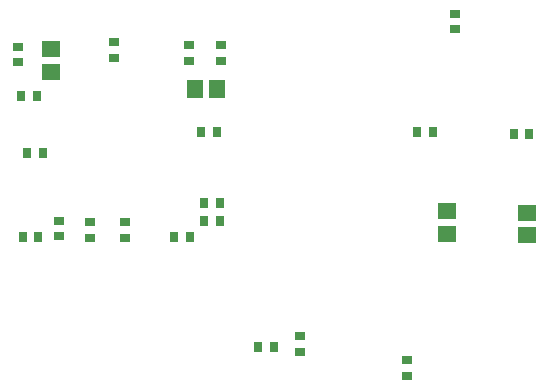
<source format=gbp>
G04*
G04 #@! TF.GenerationSoftware,Altium Limited,Altium Designer,18.0.7 (293)*
G04*
G04 Layer_Color=128*
%FSLAX25Y25*%
%MOIN*%
G70*
G01*
G75*
%ADD23R,0.05200X0.06000*%
%ADD24R,0.03600X0.02800*%
%ADD25R,0.02800X0.03600*%
%ADD36R,0.06000X0.05200*%
D23*
X256740Y162500D02*
D03*
X249200D02*
D03*
D24*
X336000Y187600D02*
D03*
Y182441D02*
D03*
X320000Y66941D02*
D03*
Y72100D02*
D03*
X284500Y80059D02*
D03*
Y74900D02*
D03*
X204000Y113441D02*
D03*
Y118600D02*
D03*
X214500Y112941D02*
D03*
Y118100D02*
D03*
X226000Y112941D02*
D03*
Y118100D02*
D03*
X222500Y178059D02*
D03*
Y172900D02*
D03*
X190500Y176559D02*
D03*
Y171400D02*
D03*
X247500Y177059D02*
D03*
Y171900D02*
D03*
X258000Y177059D02*
D03*
Y171900D02*
D03*
D25*
X355593Y147575D02*
D03*
X360752D02*
D03*
X328559Y148000D02*
D03*
X323400D02*
D03*
X275559Y76500D02*
D03*
X270400D02*
D03*
X193441Y141000D02*
D03*
X198600D02*
D03*
X191941Y113000D02*
D03*
X197100D02*
D03*
X191441Y160000D02*
D03*
X196600D02*
D03*
X247559Y113000D02*
D03*
X242400D02*
D03*
X257559Y124500D02*
D03*
X252400D02*
D03*
X257559Y118500D02*
D03*
X252400D02*
D03*
X256559Y148000D02*
D03*
X251400D02*
D03*
D36*
X360000Y121240D02*
D03*
Y113700D02*
D03*
X333500Y121740D02*
D03*
Y114200D02*
D03*
X201500Y175740D02*
D03*
Y168200D02*
D03*
M02*

</source>
